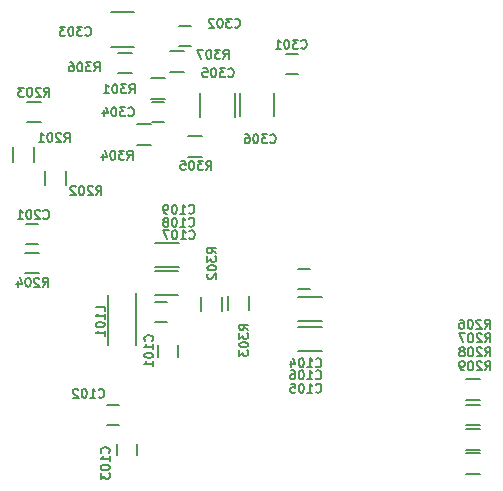
<source format=gbr>
G04 #@! TF.FileFunction,Legend,Bot*
%FSLAX46Y46*%
G04 Gerber Fmt 4.6, Leading zero omitted, Abs format (unit mm)*
G04 Created by KiCad (PCBNEW 0.201510170916+6271~30~ubuntu14.04.1-product) date Sat 26 Dec 2015 06:02:25 AM EST*
%MOMM*%
G01*
G04 APERTURE LIST*
%ADD10C,0.100000*%
%ADD11C,0.150000*%
%ADD12C,0.127000*%
%ADD13R,1.250000X1.000000*%
%ADD14R,1.000000X1.250000*%
%ADD15R,1.000000X2.500000*%
%ADD16R,2.500000X1.000000*%
%ADD17R,1.399540X1.150620*%
%ADD18R,2.032000X1.727200*%
%ADD19O,2.032000X1.727200*%
%ADD20R,1.727200X2.032000*%
%ADD21O,1.727200X2.032000*%
%ADD22R,2.032000X2.032000*%
%ADD23O,2.032000X2.032000*%
%ADD24R,1.300000X0.700000*%
%ADD25R,0.700000X1.300000*%
%ADD26C,1.501140*%
%ADD27C,1.600000*%
%ADD28C,1.500000*%
%ADD29R,1.000000X1.600000*%
G04 APERTURE END LIST*
D10*
D11*
X118377600Y-109262800D02*
X118377600Y-108262800D01*
X120077600Y-108262800D02*
X120077600Y-109262800D01*
X114079400Y-113297600D02*
X115079400Y-113297600D01*
X115079400Y-114997600D02*
X114079400Y-114997600D01*
X114872400Y-117594000D02*
X114872400Y-116594000D01*
X116572400Y-116594000D02*
X116572400Y-117594000D01*
X108199300Y-99681400D02*
X107199300Y-99681400D01*
X107199300Y-97981400D02*
X108199300Y-97981400D01*
X130192400Y-85330400D02*
X129192400Y-85330400D01*
X129192400Y-83630400D02*
X130192400Y-83630400D01*
X121150000Y-82892000D02*
X120150000Y-82892000D01*
X120150000Y-81192000D02*
X121150000Y-81192000D01*
X114366800Y-80084400D02*
X116366800Y-80084400D01*
X116366800Y-83034400D02*
X114366800Y-83034400D01*
X117889400Y-87694400D02*
X118889400Y-87694400D01*
X118889400Y-89394400D02*
X117889400Y-89394400D01*
X121943600Y-88909400D02*
X121943600Y-86909400D01*
X124893600Y-86909400D02*
X124893600Y-88909400D01*
X125271000Y-88884000D02*
X125271000Y-86884000D01*
X128221000Y-86884000D02*
X128221000Y-88884000D01*
X116514880Y-108270040D02*
X116514880Y-103870760D01*
X114117120Y-108270040D02*
X114117120Y-103969820D01*
X107825000Y-92713100D02*
X107825000Y-91513100D01*
X106075000Y-91513100D02*
X106075000Y-92713100D01*
X110542800Y-94732400D02*
X110542800Y-93532400D01*
X108792800Y-93532400D02*
X108792800Y-94732400D01*
X107264400Y-89381300D02*
X108464400Y-89381300D01*
X108464400Y-87631300D02*
X107264400Y-87631300D01*
X108261200Y-100420200D02*
X107061200Y-100420200D01*
X107061200Y-102170200D02*
X108261200Y-102170200D01*
X117789400Y-87387400D02*
X118989400Y-87387400D01*
X118989400Y-85637400D02*
X117789400Y-85637400D01*
X122010200Y-104149600D02*
X122010200Y-105349600D01*
X123760200Y-105349600D02*
X123760200Y-104149600D01*
X124296200Y-104098800D02*
X124296200Y-105298800D01*
X126046200Y-105298800D02*
X126046200Y-104098800D01*
X116544800Y-91299000D02*
X117744800Y-91299000D01*
X117744800Y-89549000D02*
X116544800Y-89549000D01*
X120888200Y-92289600D02*
X122088200Y-92289600D01*
X122088200Y-90539600D02*
X120888200Y-90539600D01*
X114944600Y-85228400D02*
X116144600Y-85228400D01*
X116144600Y-83478400D02*
X114944600Y-83478400D01*
X120538800Y-83376800D02*
X119338800Y-83376800D01*
X119338800Y-85126800D02*
X120538800Y-85126800D01*
X145634000Y-111139000D02*
X144434000Y-111139000D01*
X144434000Y-112889000D02*
X145634000Y-112889000D01*
X145634000Y-113298000D02*
X144434000Y-113298000D01*
X144434000Y-115048000D02*
X145634000Y-115048000D01*
X145662700Y-115355400D02*
X144462700Y-115355400D01*
X144462700Y-117105400D02*
X145662700Y-117105400D01*
X145662700Y-117425500D02*
X144462700Y-117425500D01*
X144462700Y-119175500D02*
X145662700Y-119175500D01*
X131221100Y-103504100D02*
X130221100Y-103504100D01*
X130221100Y-101804100D02*
X131221100Y-101804100D01*
X132254500Y-108784500D02*
X130254500Y-108784500D01*
X130254500Y-106734500D02*
X132254500Y-106734500D01*
X132229100Y-106219100D02*
X130229100Y-106219100D01*
X130229100Y-104169100D02*
X132229100Y-104169100D01*
X118105300Y-104636200D02*
X119105300Y-104636200D01*
X119105300Y-106336200D02*
X118105300Y-106336200D01*
X118075200Y-101997400D02*
X120075200Y-101997400D01*
X120075200Y-104047400D02*
X118075200Y-104047400D01*
X118100600Y-99622500D02*
X120100600Y-99622500D01*
X120100600Y-101672500D02*
X118100600Y-101672500D01*
D12*
X117890143Y-107884686D02*
X117926429Y-107848400D01*
X117962714Y-107739543D01*
X117962714Y-107666972D01*
X117926429Y-107558115D01*
X117853857Y-107485543D01*
X117781286Y-107449258D01*
X117636143Y-107412972D01*
X117527286Y-107412972D01*
X117382143Y-107449258D01*
X117309571Y-107485543D01*
X117237000Y-107558115D01*
X117200714Y-107666972D01*
X117200714Y-107739543D01*
X117237000Y-107848400D01*
X117273286Y-107884686D01*
X117962714Y-108610400D02*
X117962714Y-108174972D01*
X117962714Y-108392686D02*
X117200714Y-108392686D01*
X117309571Y-108320115D01*
X117382143Y-108247543D01*
X117418429Y-108174972D01*
X117200714Y-109082114D02*
X117200714Y-109154686D01*
X117237000Y-109227257D01*
X117273286Y-109263543D01*
X117345857Y-109299829D01*
X117491000Y-109336114D01*
X117672429Y-109336114D01*
X117817571Y-109299829D01*
X117890143Y-109263543D01*
X117926429Y-109227257D01*
X117962714Y-109154686D01*
X117962714Y-109082114D01*
X117926429Y-109009543D01*
X117890143Y-108973257D01*
X117817571Y-108936972D01*
X117672429Y-108900686D01*
X117491000Y-108900686D01*
X117345857Y-108936972D01*
X117273286Y-108973257D01*
X117237000Y-109009543D01*
X117200714Y-109082114D01*
X117962714Y-110061828D02*
X117962714Y-109626400D01*
X117962714Y-109844114D02*
X117200714Y-109844114D01*
X117309571Y-109771543D01*
X117382143Y-109698971D01*
X117418429Y-109626400D01*
X113339914Y-112641743D02*
X113376200Y-112678029D01*
X113485057Y-112714314D01*
X113557628Y-112714314D01*
X113666485Y-112678029D01*
X113739057Y-112605457D01*
X113775342Y-112532886D01*
X113811628Y-112387743D01*
X113811628Y-112278886D01*
X113775342Y-112133743D01*
X113739057Y-112061171D01*
X113666485Y-111988600D01*
X113557628Y-111952314D01*
X113485057Y-111952314D01*
X113376200Y-111988600D01*
X113339914Y-112024886D01*
X112614200Y-112714314D02*
X113049628Y-112714314D01*
X112831914Y-112714314D02*
X112831914Y-111952314D01*
X112904485Y-112061171D01*
X112977057Y-112133743D01*
X113049628Y-112170029D01*
X112142486Y-111952314D02*
X112069914Y-111952314D01*
X111997343Y-111988600D01*
X111961057Y-112024886D01*
X111924771Y-112097457D01*
X111888486Y-112242600D01*
X111888486Y-112424029D01*
X111924771Y-112569171D01*
X111961057Y-112641743D01*
X111997343Y-112678029D01*
X112069914Y-112714314D01*
X112142486Y-112714314D01*
X112215057Y-112678029D01*
X112251343Y-112641743D01*
X112287628Y-112569171D01*
X112323914Y-112424029D01*
X112323914Y-112242600D01*
X112287628Y-112097457D01*
X112251343Y-112024886D01*
X112215057Y-111988600D01*
X112142486Y-111952314D01*
X111598200Y-112024886D02*
X111561914Y-111988600D01*
X111489343Y-111952314D01*
X111307914Y-111952314D01*
X111235343Y-111988600D01*
X111199057Y-112024886D01*
X111162772Y-112097457D01*
X111162772Y-112170029D01*
X111199057Y-112278886D01*
X111634486Y-112714314D01*
X111162772Y-112714314D01*
X114194443Y-117371586D02*
X114230729Y-117335300D01*
X114267014Y-117226443D01*
X114267014Y-117153872D01*
X114230729Y-117045015D01*
X114158157Y-116972443D01*
X114085586Y-116936158D01*
X113940443Y-116899872D01*
X113831586Y-116899872D01*
X113686443Y-116936158D01*
X113613871Y-116972443D01*
X113541300Y-117045015D01*
X113505014Y-117153872D01*
X113505014Y-117226443D01*
X113541300Y-117335300D01*
X113577586Y-117371586D01*
X114267014Y-118097300D02*
X114267014Y-117661872D01*
X114267014Y-117879586D02*
X113505014Y-117879586D01*
X113613871Y-117807015D01*
X113686443Y-117734443D01*
X113722729Y-117661872D01*
X113505014Y-118569014D02*
X113505014Y-118641586D01*
X113541300Y-118714157D01*
X113577586Y-118750443D01*
X113650157Y-118786729D01*
X113795300Y-118823014D01*
X113976729Y-118823014D01*
X114121871Y-118786729D01*
X114194443Y-118750443D01*
X114230729Y-118714157D01*
X114267014Y-118641586D01*
X114267014Y-118569014D01*
X114230729Y-118496443D01*
X114194443Y-118460157D01*
X114121871Y-118423872D01*
X113976729Y-118387586D01*
X113795300Y-118387586D01*
X113650157Y-118423872D01*
X113577586Y-118460157D01*
X113541300Y-118496443D01*
X113505014Y-118569014D01*
X113505014Y-119077014D02*
X113505014Y-119548728D01*
X113795300Y-119294728D01*
X113795300Y-119403586D01*
X113831586Y-119476157D01*
X113867871Y-119512443D01*
X113940443Y-119548728D01*
X114121871Y-119548728D01*
X114194443Y-119512443D01*
X114230729Y-119476157D01*
X114267014Y-119403586D01*
X114267014Y-119185871D01*
X114230729Y-119113300D01*
X114194443Y-119077014D01*
X108666314Y-97503343D02*
X108702600Y-97539629D01*
X108811457Y-97575914D01*
X108884028Y-97575914D01*
X108992885Y-97539629D01*
X109065457Y-97467057D01*
X109101742Y-97394486D01*
X109138028Y-97249343D01*
X109138028Y-97140486D01*
X109101742Y-96995343D01*
X109065457Y-96922771D01*
X108992885Y-96850200D01*
X108884028Y-96813914D01*
X108811457Y-96813914D01*
X108702600Y-96850200D01*
X108666314Y-96886486D01*
X108376028Y-96886486D02*
X108339742Y-96850200D01*
X108267171Y-96813914D01*
X108085742Y-96813914D01*
X108013171Y-96850200D01*
X107976885Y-96886486D01*
X107940600Y-96959057D01*
X107940600Y-97031629D01*
X107976885Y-97140486D01*
X108412314Y-97575914D01*
X107940600Y-97575914D01*
X107468886Y-96813914D02*
X107396314Y-96813914D01*
X107323743Y-96850200D01*
X107287457Y-96886486D01*
X107251171Y-96959057D01*
X107214886Y-97104200D01*
X107214886Y-97285629D01*
X107251171Y-97430771D01*
X107287457Y-97503343D01*
X107323743Y-97539629D01*
X107396314Y-97575914D01*
X107468886Y-97575914D01*
X107541457Y-97539629D01*
X107577743Y-97503343D01*
X107614028Y-97430771D01*
X107650314Y-97285629D01*
X107650314Y-97104200D01*
X107614028Y-96959057D01*
X107577743Y-96886486D01*
X107541457Y-96850200D01*
X107468886Y-96813914D01*
X106489172Y-97575914D02*
X106924600Y-97575914D01*
X106706886Y-97575914D02*
X106706886Y-96813914D01*
X106779457Y-96922771D01*
X106852029Y-96995343D01*
X106924600Y-97031629D01*
X130497614Y-83088843D02*
X130533900Y-83125129D01*
X130642757Y-83161414D01*
X130715328Y-83161414D01*
X130824185Y-83125129D01*
X130896757Y-83052557D01*
X130933042Y-82979986D01*
X130969328Y-82834843D01*
X130969328Y-82725986D01*
X130933042Y-82580843D01*
X130896757Y-82508271D01*
X130824185Y-82435700D01*
X130715328Y-82399414D01*
X130642757Y-82399414D01*
X130533900Y-82435700D01*
X130497614Y-82471986D01*
X130243614Y-82399414D02*
X129771900Y-82399414D01*
X130025900Y-82689700D01*
X129917042Y-82689700D01*
X129844471Y-82725986D01*
X129808185Y-82762271D01*
X129771900Y-82834843D01*
X129771900Y-83016271D01*
X129808185Y-83088843D01*
X129844471Y-83125129D01*
X129917042Y-83161414D01*
X130134757Y-83161414D01*
X130207328Y-83125129D01*
X130243614Y-83088843D01*
X129300186Y-82399414D02*
X129227614Y-82399414D01*
X129155043Y-82435700D01*
X129118757Y-82471986D01*
X129082471Y-82544557D01*
X129046186Y-82689700D01*
X129046186Y-82871129D01*
X129082471Y-83016271D01*
X129118757Y-83088843D01*
X129155043Y-83125129D01*
X129227614Y-83161414D01*
X129300186Y-83161414D01*
X129372757Y-83125129D01*
X129409043Y-83088843D01*
X129445328Y-83016271D01*
X129481614Y-82871129D01*
X129481614Y-82689700D01*
X129445328Y-82544557D01*
X129409043Y-82471986D01*
X129372757Y-82435700D01*
X129300186Y-82399414D01*
X128320472Y-83161414D02*
X128755900Y-83161414D01*
X128538186Y-83161414D02*
X128538186Y-82399414D01*
X128610757Y-82508271D01*
X128683329Y-82580843D01*
X128755900Y-82617129D01*
X124846114Y-81298143D02*
X124882400Y-81334429D01*
X124991257Y-81370714D01*
X125063828Y-81370714D01*
X125172685Y-81334429D01*
X125245257Y-81261857D01*
X125281542Y-81189286D01*
X125317828Y-81044143D01*
X125317828Y-80935286D01*
X125281542Y-80790143D01*
X125245257Y-80717571D01*
X125172685Y-80645000D01*
X125063828Y-80608714D01*
X124991257Y-80608714D01*
X124882400Y-80645000D01*
X124846114Y-80681286D01*
X124592114Y-80608714D02*
X124120400Y-80608714D01*
X124374400Y-80899000D01*
X124265542Y-80899000D01*
X124192971Y-80935286D01*
X124156685Y-80971571D01*
X124120400Y-81044143D01*
X124120400Y-81225571D01*
X124156685Y-81298143D01*
X124192971Y-81334429D01*
X124265542Y-81370714D01*
X124483257Y-81370714D01*
X124555828Y-81334429D01*
X124592114Y-81298143D01*
X123648686Y-80608714D02*
X123576114Y-80608714D01*
X123503543Y-80645000D01*
X123467257Y-80681286D01*
X123430971Y-80753857D01*
X123394686Y-80899000D01*
X123394686Y-81080429D01*
X123430971Y-81225571D01*
X123467257Y-81298143D01*
X123503543Y-81334429D01*
X123576114Y-81370714D01*
X123648686Y-81370714D01*
X123721257Y-81334429D01*
X123757543Y-81298143D01*
X123793828Y-81225571D01*
X123830114Y-81080429D01*
X123830114Y-80899000D01*
X123793828Y-80753857D01*
X123757543Y-80681286D01*
X123721257Y-80645000D01*
X123648686Y-80608714D01*
X123104400Y-80681286D02*
X123068114Y-80645000D01*
X122995543Y-80608714D01*
X122814114Y-80608714D01*
X122741543Y-80645000D01*
X122705257Y-80681286D01*
X122668972Y-80753857D01*
X122668972Y-80826429D01*
X122705257Y-80935286D01*
X123140686Y-81370714D01*
X122668972Y-81370714D01*
X112222314Y-81996643D02*
X112258600Y-82032929D01*
X112367457Y-82069214D01*
X112440028Y-82069214D01*
X112548885Y-82032929D01*
X112621457Y-81960357D01*
X112657742Y-81887786D01*
X112694028Y-81742643D01*
X112694028Y-81633786D01*
X112657742Y-81488643D01*
X112621457Y-81416071D01*
X112548885Y-81343500D01*
X112440028Y-81307214D01*
X112367457Y-81307214D01*
X112258600Y-81343500D01*
X112222314Y-81379786D01*
X111968314Y-81307214D02*
X111496600Y-81307214D01*
X111750600Y-81597500D01*
X111641742Y-81597500D01*
X111569171Y-81633786D01*
X111532885Y-81670071D01*
X111496600Y-81742643D01*
X111496600Y-81924071D01*
X111532885Y-81996643D01*
X111569171Y-82032929D01*
X111641742Y-82069214D01*
X111859457Y-82069214D01*
X111932028Y-82032929D01*
X111968314Y-81996643D01*
X111024886Y-81307214D02*
X110952314Y-81307214D01*
X110879743Y-81343500D01*
X110843457Y-81379786D01*
X110807171Y-81452357D01*
X110770886Y-81597500D01*
X110770886Y-81778929D01*
X110807171Y-81924071D01*
X110843457Y-81996643D01*
X110879743Y-82032929D01*
X110952314Y-82069214D01*
X111024886Y-82069214D01*
X111097457Y-82032929D01*
X111133743Y-81996643D01*
X111170028Y-81924071D01*
X111206314Y-81778929D01*
X111206314Y-81597500D01*
X111170028Y-81452357D01*
X111133743Y-81379786D01*
X111097457Y-81343500D01*
X111024886Y-81307214D01*
X110516886Y-81307214D02*
X110045172Y-81307214D01*
X110299172Y-81597500D01*
X110190314Y-81597500D01*
X110117743Y-81633786D01*
X110081457Y-81670071D01*
X110045172Y-81742643D01*
X110045172Y-81924071D01*
X110081457Y-81996643D01*
X110117743Y-82032929D01*
X110190314Y-82069214D01*
X110408029Y-82069214D01*
X110480600Y-82032929D01*
X110516886Y-81996643D01*
X115854514Y-88803843D02*
X115890800Y-88840129D01*
X115999657Y-88876414D01*
X116072228Y-88876414D01*
X116181085Y-88840129D01*
X116253657Y-88767557D01*
X116289942Y-88694986D01*
X116326228Y-88549843D01*
X116326228Y-88440986D01*
X116289942Y-88295843D01*
X116253657Y-88223271D01*
X116181085Y-88150700D01*
X116072228Y-88114414D01*
X115999657Y-88114414D01*
X115890800Y-88150700D01*
X115854514Y-88186986D01*
X115600514Y-88114414D02*
X115128800Y-88114414D01*
X115382800Y-88404700D01*
X115273942Y-88404700D01*
X115201371Y-88440986D01*
X115165085Y-88477271D01*
X115128800Y-88549843D01*
X115128800Y-88731271D01*
X115165085Y-88803843D01*
X115201371Y-88840129D01*
X115273942Y-88876414D01*
X115491657Y-88876414D01*
X115564228Y-88840129D01*
X115600514Y-88803843D01*
X114657086Y-88114414D02*
X114584514Y-88114414D01*
X114511943Y-88150700D01*
X114475657Y-88186986D01*
X114439371Y-88259557D01*
X114403086Y-88404700D01*
X114403086Y-88586129D01*
X114439371Y-88731271D01*
X114475657Y-88803843D01*
X114511943Y-88840129D01*
X114584514Y-88876414D01*
X114657086Y-88876414D01*
X114729657Y-88840129D01*
X114765943Y-88803843D01*
X114802228Y-88731271D01*
X114838514Y-88586129D01*
X114838514Y-88404700D01*
X114802228Y-88259557D01*
X114765943Y-88186986D01*
X114729657Y-88150700D01*
X114657086Y-88114414D01*
X113749943Y-88368414D02*
X113749943Y-88876414D01*
X113931372Y-88078129D02*
X114112800Y-88622414D01*
X113641086Y-88622414D01*
X124300014Y-85489143D02*
X124336300Y-85525429D01*
X124445157Y-85561714D01*
X124517728Y-85561714D01*
X124626585Y-85525429D01*
X124699157Y-85452857D01*
X124735442Y-85380286D01*
X124771728Y-85235143D01*
X124771728Y-85126286D01*
X124735442Y-84981143D01*
X124699157Y-84908571D01*
X124626585Y-84836000D01*
X124517728Y-84799714D01*
X124445157Y-84799714D01*
X124336300Y-84836000D01*
X124300014Y-84872286D01*
X124046014Y-84799714D02*
X123574300Y-84799714D01*
X123828300Y-85090000D01*
X123719442Y-85090000D01*
X123646871Y-85126286D01*
X123610585Y-85162571D01*
X123574300Y-85235143D01*
X123574300Y-85416571D01*
X123610585Y-85489143D01*
X123646871Y-85525429D01*
X123719442Y-85561714D01*
X123937157Y-85561714D01*
X124009728Y-85525429D01*
X124046014Y-85489143D01*
X123102586Y-84799714D02*
X123030014Y-84799714D01*
X122957443Y-84836000D01*
X122921157Y-84872286D01*
X122884871Y-84944857D01*
X122848586Y-85090000D01*
X122848586Y-85271429D01*
X122884871Y-85416571D01*
X122921157Y-85489143D01*
X122957443Y-85525429D01*
X123030014Y-85561714D01*
X123102586Y-85561714D01*
X123175157Y-85525429D01*
X123211443Y-85489143D01*
X123247728Y-85416571D01*
X123284014Y-85271429D01*
X123284014Y-85090000D01*
X123247728Y-84944857D01*
X123211443Y-84872286D01*
X123175157Y-84836000D01*
X123102586Y-84799714D01*
X122159157Y-84799714D02*
X122522014Y-84799714D01*
X122558300Y-85162571D01*
X122522014Y-85126286D01*
X122449443Y-85090000D01*
X122268014Y-85090000D01*
X122195443Y-85126286D01*
X122159157Y-85162571D01*
X122122872Y-85235143D01*
X122122872Y-85416571D01*
X122159157Y-85489143D01*
X122195443Y-85525429D01*
X122268014Y-85561714D01*
X122449443Y-85561714D01*
X122522014Y-85525429D01*
X122558300Y-85489143D01*
X127868714Y-91077143D02*
X127905000Y-91113429D01*
X128013857Y-91149714D01*
X128086428Y-91149714D01*
X128195285Y-91113429D01*
X128267857Y-91040857D01*
X128304142Y-90968286D01*
X128340428Y-90823143D01*
X128340428Y-90714286D01*
X128304142Y-90569143D01*
X128267857Y-90496571D01*
X128195285Y-90424000D01*
X128086428Y-90387714D01*
X128013857Y-90387714D01*
X127905000Y-90424000D01*
X127868714Y-90460286D01*
X127614714Y-90387714D02*
X127143000Y-90387714D01*
X127397000Y-90678000D01*
X127288142Y-90678000D01*
X127215571Y-90714286D01*
X127179285Y-90750571D01*
X127143000Y-90823143D01*
X127143000Y-91004571D01*
X127179285Y-91077143D01*
X127215571Y-91113429D01*
X127288142Y-91149714D01*
X127505857Y-91149714D01*
X127578428Y-91113429D01*
X127614714Y-91077143D01*
X126671286Y-90387714D02*
X126598714Y-90387714D01*
X126526143Y-90424000D01*
X126489857Y-90460286D01*
X126453571Y-90532857D01*
X126417286Y-90678000D01*
X126417286Y-90859429D01*
X126453571Y-91004571D01*
X126489857Y-91077143D01*
X126526143Y-91113429D01*
X126598714Y-91149714D01*
X126671286Y-91149714D01*
X126743857Y-91113429D01*
X126780143Y-91077143D01*
X126816428Y-91004571D01*
X126852714Y-90859429D01*
X126852714Y-90678000D01*
X126816428Y-90532857D01*
X126780143Y-90460286D01*
X126743857Y-90424000D01*
X126671286Y-90387714D01*
X125764143Y-90387714D02*
X125909286Y-90387714D01*
X125981857Y-90424000D01*
X126018143Y-90460286D01*
X126090714Y-90569143D01*
X126127000Y-90714286D01*
X126127000Y-91004571D01*
X126090714Y-91077143D01*
X126054429Y-91113429D01*
X125981857Y-91149714D01*
X125836714Y-91149714D01*
X125764143Y-91113429D01*
X125727857Y-91077143D01*
X125691572Y-91004571D01*
X125691572Y-90823143D01*
X125727857Y-90750571D01*
X125764143Y-90714286D01*
X125836714Y-90678000D01*
X125981857Y-90678000D01*
X126054429Y-90714286D01*
X126090714Y-90750571D01*
X126127000Y-90823143D01*
X113835214Y-105357387D02*
X113835214Y-104994530D01*
X113073214Y-104994530D01*
X113835214Y-106010529D02*
X113835214Y-105575101D01*
X113835214Y-105792815D02*
X113073214Y-105792815D01*
X113182071Y-105720244D01*
X113254643Y-105647672D01*
X113290929Y-105575101D01*
X113073214Y-106482243D02*
X113073214Y-106554815D01*
X113109500Y-106627386D01*
X113145786Y-106663672D01*
X113218357Y-106699958D01*
X113363500Y-106736243D01*
X113544929Y-106736243D01*
X113690071Y-106699958D01*
X113762643Y-106663672D01*
X113798929Y-106627386D01*
X113835214Y-106554815D01*
X113835214Y-106482243D01*
X113798929Y-106409672D01*
X113762643Y-106373386D01*
X113690071Y-106337101D01*
X113544929Y-106300815D01*
X113363500Y-106300815D01*
X113218357Y-106337101D01*
X113145786Y-106373386D01*
X113109500Y-106409672D01*
X113073214Y-106482243D01*
X113835214Y-107461957D02*
X113835214Y-107026529D01*
X113835214Y-107244243D02*
X113073214Y-107244243D01*
X113182071Y-107171672D01*
X113254643Y-107099100D01*
X113290929Y-107026529D01*
X110444314Y-91048114D02*
X110698314Y-90685257D01*
X110879742Y-91048114D02*
X110879742Y-90286114D01*
X110589457Y-90286114D01*
X110516885Y-90322400D01*
X110480600Y-90358686D01*
X110444314Y-90431257D01*
X110444314Y-90540114D01*
X110480600Y-90612686D01*
X110516885Y-90648971D01*
X110589457Y-90685257D01*
X110879742Y-90685257D01*
X110154028Y-90358686D02*
X110117742Y-90322400D01*
X110045171Y-90286114D01*
X109863742Y-90286114D01*
X109791171Y-90322400D01*
X109754885Y-90358686D01*
X109718600Y-90431257D01*
X109718600Y-90503829D01*
X109754885Y-90612686D01*
X110190314Y-91048114D01*
X109718600Y-91048114D01*
X109246886Y-90286114D02*
X109174314Y-90286114D01*
X109101743Y-90322400D01*
X109065457Y-90358686D01*
X109029171Y-90431257D01*
X108992886Y-90576400D01*
X108992886Y-90757829D01*
X109029171Y-90902971D01*
X109065457Y-90975543D01*
X109101743Y-91011829D01*
X109174314Y-91048114D01*
X109246886Y-91048114D01*
X109319457Y-91011829D01*
X109355743Y-90975543D01*
X109392028Y-90902971D01*
X109428314Y-90757829D01*
X109428314Y-90576400D01*
X109392028Y-90431257D01*
X109355743Y-90358686D01*
X109319457Y-90322400D01*
X109246886Y-90286114D01*
X108267172Y-91048114D02*
X108702600Y-91048114D01*
X108484886Y-91048114D02*
X108484886Y-90286114D01*
X108557457Y-90394971D01*
X108630029Y-90467543D01*
X108702600Y-90503829D01*
X113124014Y-95543914D02*
X113378014Y-95181057D01*
X113559442Y-95543914D02*
X113559442Y-94781914D01*
X113269157Y-94781914D01*
X113196585Y-94818200D01*
X113160300Y-94854486D01*
X113124014Y-94927057D01*
X113124014Y-95035914D01*
X113160300Y-95108486D01*
X113196585Y-95144771D01*
X113269157Y-95181057D01*
X113559442Y-95181057D01*
X112833728Y-94854486D02*
X112797442Y-94818200D01*
X112724871Y-94781914D01*
X112543442Y-94781914D01*
X112470871Y-94818200D01*
X112434585Y-94854486D01*
X112398300Y-94927057D01*
X112398300Y-94999629D01*
X112434585Y-95108486D01*
X112870014Y-95543914D01*
X112398300Y-95543914D01*
X111926586Y-94781914D02*
X111854014Y-94781914D01*
X111781443Y-94818200D01*
X111745157Y-94854486D01*
X111708871Y-94927057D01*
X111672586Y-95072200D01*
X111672586Y-95253629D01*
X111708871Y-95398771D01*
X111745157Y-95471343D01*
X111781443Y-95507629D01*
X111854014Y-95543914D01*
X111926586Y-95543914D01*
X111999157Y-95507629D01*
X112035443Y-95471343D01*
X112071728Y-95398771D01*
X112108014Y-95253629D01*
X112108014Y-95072200D01*
X112071728Y-94927057D01*
X112035443Y-94854486D01*
X111999157Y-94818200D01*
X111926586Y-94781914D01*
X111382300Y-94854486D02*
X111346014Y-94818200D01*
X111273443Y-94781914D01*
X111092014Y-94781914D01*
X111019443Y-94818200D01*
X110983157Y-94854486D01*
X110946872Y-94927057D01*
X110946872Y-94999629D01*
X110983157Y-95108486D01*
X111418586Y-95543914D01*
X110946872Y-95543914D01*
X108717114Y-87212714D02*
X108971114Y-86849857D01*
X109152542Y-87212714D02*
X109152542Y-86450714D01*
X108862257Y-86450714D01*
X108789685Y-86487000D01*
X108753400Y-86523286D01*
X108717114Y-86595857D01*
X108717114Y-86704714D01*
X108753400Y-86777286D01*
X108789685Y-86813571D01*
X108862257Y-86849857D01*
X109152542Y-86849857D01*
X108426828Y-86523286D02*
X108390542Y-86487000D01*
X108317971Y-86450714D01*
X108136542Y-86450714D01*
X108063971Y-86487000D01*
X108027685Y-86523286D01*
X107991400Y-86595857D01*
X107991400Y-86668429D01*
X108027685Y-86777286D01*
X108463114Y-87212714D01*
X107991400Y-87212714D01*
X107519686Y-86450714D02*
X107447114Y-86450714D01*
X107374543Y-86487000D01*
X107338257Y-86523286D01*
X107301971Y-86595857D01*
X107265686Y-86741000D01*
X107265686Y-86922429D01*
X107301971Y-87067571D01*
X107338257Y-87140143D01*
X107374543Y-87176429D01*
X107447114Y-87212714D01*
X107519686Y-87212714D01*
X107592257Y-87176429D01*
X107628543Y-87140143D01*
X107664828Y-87067571D01*
X107701114Y-86922429D01*
X107701114Y-86741000D01*
X107664828Y-86595857D01*
X107628543Y-86523286D01*
X107592257Y-86487000D01*
X107519686Y-86450714D01*
X107011686Y-86450714D02*
X106539972Y-86450714D01*
X106793972Y-86741000D01*
X106685114Y-86741000D01*
X106612543Y-86777286D01*
X106576257Y-86813571D01*
X106539972Y-86886143D01*
X106539972Y-87067571D01*
X106576257Y-87140143D01*
X106612543Y-87176429D01*
X106685114Y-87212714D01*
X106902829Y-87212714D01*
X106975400Y-87176429D01*
X107011686Y-87140143D01*
X108590114Y-103303614D02*
X108844114Y-102940757D01*
X109025542Y-103303614D02*
X109025542Y-102541614D01*
X108735257Y-102541614D01*
X108662685Y-102577900D01*
X108626400Y-102614186D01*
X108590114Y-102686757D01*
X108590114Y-102795614D01*
X108626400Y-102868186D01*
X108662685Y-102904471D01*
X108735257Y-102940757D01*
X109025542Y-102940757D01*
X108299828Y-102614186D02*
X108263542Y-102577900D01*
X108190971Y-102541614D01*
X108009542Y-102541614D01*
X107936971Y-102577900D01*
X107900685Y-102614186D01*
X107864400Y-102686757D01*
X107864400Y-102759329D01*
X107900685Y-102868186D01*
X108336114Y-103303614D01*
X107864400Y-103303614D01*
X107392686Y-102541614D02*
X107320114Y-102541614D01*
X107247543Y-102577900D01*
X107211257Y-102614186D01*
X107174971Y-102686757D01*
X107138686Y-102831900D01*
X107138686Y-103013329D01*
X107174971Y-103158471D01*
X107211257Y-103231043D01*
X107247543Y-103267329D01*
X107320114Y-103303614D01*
X107392686Y-103303614D01*
X107465257Y-103267329D01*
X107501543Y-103231043D01*
X107537828Y-103158471D01*
X107574114Y-103013329D01*
X107574114Y-102831900D01*
X107537828Y-102686757D01*
X107501543Y-102614186D01*
X107465257Y-102577900D01*
X107392686Y-102541614D01*
X106485543Y-102795614D02*
X106485543Y-103303614D01*
X106666972Y-102505329D02*
X106848400Y-103049614D01*
X106376686Y-103049614D01*
X115943414Y-86933314D02*
X116197414Y-86570457D01*
X116378842Y-86933314D02*
X116378842Y-86171314D01*
X116088557Y-86171314D01*
X116015985Y-86207600D01*
X115979700Y-86243886D01*
X115943414Y-86316457D01*
X115943414Y-86425314D01*
X115979700Y-86497886D01*
X116015985Y-86534171D01*
X116088557Y-86570457D01*
X116378842Y-86570457D01*
X115689414Y-86171314D02*
X115217700Y-86171314D01*
X115471700Y-86461600D01*
X115362842Y-86461600D01*
X115290271Y-86497886D01*
X115253985Y-86534171D01*
X115217700Y-86606743D01*
X115217700Y-86788171D01*
X115253985Y-86860743D01*
X115290271Y-86897029D01*
X115362842Y-86933314D01*
X115580557Y-86933314D01*
X115653128Y-86897029D01*
X115689414Y-86860743D01*
X114745986Y-86171314D02*
X114673414Y-86171314D01*
X114600843Y-86207600D01*
X114564557Y-86243886D01*
X114528271Y-86316457D01*
X114491986Y-86461600D01*
X114491986Y-86643029D01*
X114528271Y-86788171D01*
X114564557Y-86860743D01*
X114600843Y-86897029D01*
X114673414Y-86933314D01*
X114745986Y-86933314D01*
X114818557Y-86897029D01*
X114854843Y-86860743D01*
X114891128Y-86788171D01*
X114927414Y-86643029D01*
X114927414Y-86461600D01*
X114891128Y-86316457D01*
X114854843Y-86243886D01*
X114818557Y-86207600D01*
X114745986Y-86171314D01*
X113766272Y-86933314D02*
X114201700Y-86933314D01*
X113983986Y-86933314D02*
X113983986Y-86171314D01*
X114056557Y-86280171D01*
X114129129Y-86352743D01*
X114201700Y-86389029D01*
X123284014Y-100480586D02*
X122921157Y-100226586D01*
X123284014Y-100045158D02*
X122522014Y-100045158D01*
X122522014Y-100335443D01*
X122558300Y-100408015D01*
X122594586Y-100444300D01*
X122667157Y-100480586D01*
X122776014Y-100480586D01*
X122848586Y-100444300D01*
X122884871Y-100408015D01*
X122921157Y-100335443D01*
X122921157Y-100045158D01*
X122522014Y-100734586D02*
X122522014Y-101206300D01*
X122812300Y-100952300D01*
X122812300Y-101061158D01*
X122848586Y-101133729D01*
X122884871Y-101170015D01*
X122957443Y-101206300D01*
X123138871Y-101206300D01*
X123211443Y-101170015D01*
X123247729Y-101133729D01*
X123284014Y-101061158D01*
X123284014Y-100843443D01*
X123247729Y-100770872D01*
X123211443Y-100734586D01*
X122522014Y-101678014D02*
X122522014Y-101750586D01*
X122558300Y-101823157D01*
X122594586Y-101859443D01*
X122667157Y-101895729D01*
X122812300Y-101932014D01*
X122993729Y-101932014D01*
X123138871Y-101895729D01*
X123211443Y-101859443D01*
X123247729Y-101823157D01*
X123284014Y-101750586D01*
X123284014Y-101678014D01*
X123247729Y-101605443D01*
X123211443Y-101569157D01*
X123138871Y-101532872D01*
X122993729Y-101496586D01*
X122812300Y-101496586D01*
X122667157Y-101532872D01*
X122594586Y-101569157D01*
X122558300Y-101605443D01*
X122522014Y-101678014D01*
X122594586Y-102222300D02*
X122558300Y-102258586D01*
X122522014Y-102331157D01*
X122522014Y-102512586D01*
X122558300Y-102585157D01*
X122594586Y-102621443D01*
X122667157Y-102657728D01*
X122739729Y-102657728D01*
X122848586Y-102621443D01*
X123284014Y-102186014D01*
X123284014Y-102657728D01*
X125989114Y-106982986D02*
X125626257Y-106728986D01*
X125989114Y-106547558D02*
X125227114Y-106547558D01*
X125227114Y-106837843D01*
X125263400Y-106910415D01*
X125299686Y-106946700D01*
X125372257Y-106982986D01*
X125481114Y-106982986D01*
X125553686Y-106946700D01*
X125589971Y-106910415D01*
X125626257Y-106837843D01*
X125626257Y-106547558D01*
X125227114Y-107236986D02*
X125227114Y-107708700D01*
X125517400Y-107454700D01*
X125517400Y-107563558D01*
X125553686Y-107636129D01*
X125589971Y-107672415D01*
X125662543Y-107708700D01*
X125843971Y-107708700D01*
X125916543Y-107672415D01*
X125952829Y-107636129D01*
X125989114Y-107563558D01*
X125989114Y-107345843D01*
X125952829Y-107273272D01*
X125916543Y-107236986D01*
X125227114Y-108180414D02*
X125227114Y-108252986D01*
X125263400Y-108325557D01*
X125299686Y-108361843D01*
X125372257Y-108398129D01*
X125517400Y-108434414D01*
X125698829Y-108434414D01*
X125843971Y-108398129D01*
X125916543Y-108361843D01*
X125952829Y-108325557D01*
X125989114Y-108252986D01*
X125989114Y-108180414D01*
X125952829Y-108107843D01*
X125916543Y-108071557D01*
X125843971Y-108035272D01*
X125698829Y-107998986D01*
X125517400Y-107998986D01*
X125372257Y-108035272D01*
X125299686Y-108071557D01*
X125263400Y-108107843D01*
X125227114Y-108180414D01*
X125227114Y-108688414D02*
X125227114Y-109160128D01*
X125517400Y-108906128D01*
X125517400Y-109014986D01*
X125553686Y-109087557D01*
X125589971Y-109123843D01*
X125662543Y-109160128D01*
X125843971Y-109160128D01*
X125916543Y-109123843D01*
X125952829Y-109087557D01*
X125989114Y-109014986D01*
X125989114Y-108797271D01*
X125952829Y-108724700D01*
X125916543Y-108688414D01*
X115778314Y-92546714D02*
X116032314Y-92183857D01*
X116213742Y-92546714D02*
X116213742Y-91784714D01*
X115923457Y-91784714D01*
X115850885Y-91821000D01*
X115814600Y-91857286D01*
X115778314Y-91929857D01*
X115778314Y-92038714D01*
X115814600Y-92111286D01*
X115850885Y-92147571D01*
X115923457Y-92183857D01*
X116213742Y-92183857D01*
X115524314Y-91784714D02*
X115052600Y-91784714D01*
X115306600Y-92075000D01*
X115197742Y-92075000D01*
X115125171Y-92111286D01*
X115088885Y-92147571D01*
X115052600Y-92220143D01*
X115052600Y-92401571D01*
X115088885Y-92474143D01*
X115125171Y-92510429D01*
X115197742Y-92546714D01*
X115415457Y-92546714D01*
X115488028Y-92510429D01*
X115524314Y-92474143D01*
X114580886Y-91784714D02*
X114508314Y-91784714D01*
X114435743Y-91821000D01*
X114399457Y-91857286D01*
X114363171Y-91929857D01*
X114326886Y-92075000D01*
X114326886Y-92256429D01*
X114363171Y-92401571D01*
X114399457Y-92474143D01*
X114435743Y-92510429D01*
X114508314Y-92546714D01*
X114580886Y-92546714D01*
X114653457Y-92510429D01*
X114689743Y-92474143D01*
X114726028Y-92401571D01*
X114762314Y-92256429D01*
X114762314Y-92075000D01*
X114726028Y-91929857D01*
X114689743Y-91857286D01*
X114653457Y-91821000D01*
X114580886Y-91784714D01*
X113673743Y-92038714D02*
X113673743Y-92546714D01*
X113855172Y-91748429D02*
X114036600Y-92292714D01*
X113564886Y-92292714D01*
X122433114Y-93410314D02*
X122687114Y-93047457D01*
X122868542Y-93410314D02*
X122868542Y-92648314D01*
X122578257Y-92648314D01*
X122505685Y-92684600D01*
X122469400Y-92720886D01*
X122433114Y-92793457D01*
X122433114Y-92902314D01*
X122469400Y-92974886D01*
X122505685Y-93011171D01*
X122578257Y-93047457D01*
X122868542Y-93047457D01*
X122179114Y-92648314D02*
X121707400Y-92648314D01*
X121961400Y-92938600D01*
X121852542Y-92938600D01*
X121779971Y-92974886D01*
X121743685Y-93011171D01*
X121707400Y-93083743D01*
X121707400Y-93265171D01*
X121743685Y-93337743D01*
X121779971Y-93374029D01*
X121852542Y-93410314D01*
X122070257Y-93410314D01*
X122142828Y-93374029D01*
X122179114Y-93337743D01*
X121235686Y-92648314D02*
X121163114Y-92648314D01*
X121090543Y-92684600D01*
X121054257Y-92720886D01*
X121017971Y-92793457D01*
X120981686Y-92938600D01*
X120981686Y-93120029D01*
X121017971Y-93265171D01*
X121054257Y-93337743D01*
X121090543Y-93374029D01*
X121163114Y-93410314D01*
X121235686Y-93410314D01*
X121308257Y-93374029D01*
X121344543Y-93337743D01*
X121380828Y-93265171D01*
X121417114Y-93120029D01*
X121417114Y-92938600D01*
X121380828Y-92793457D01*
X121344543Y-92720886D01*
X121308257Y-92684600D01*
X121235686Y-92648314D01*
X120292257Y-92648314D02*
X120655114Y-92648314D01*
X120691400Y-93011171D01*
X120655114Y-92974886D01*
X120582543Y-92938600D01*
X120401114Y-92938600D01*
X120328543Y-92974886D01*
X120292257Y-93011171D01*
X120255972Y-93083743D01*
X120255972Y-93265171D01*
X120292257Y-93337743D01*
X120328543Y-93374029D01*
X120401114Y-93410314D01*
X120582543Y-93410314D01*
X120655114Y-93374029D01*
X120691400Y-93337743D01*
X112984314Y-85079114D02*
X113238314Y-84716257D01*
X113419742Y-85079114D02*
X113419742Y-84317114D01*
X113129457Y-84317114D01*
X113056885Y-84353400D01*
X113020600Y-84389686D01*
X112984314Y-84462257D01*
X112984314Y-84571114D01*
X113020600Y-84643686D01*
X113056885Y-84679971D01*
X113129457Y-84716257D01*
X113419742Y-84716257D01*
X112730314Y-84317114D02*
X112258600Y-84317114D01*
X112512600Y-84607400D01*
X112403742Y-84607400D01*
X112331171Y-84643686D01*
X112294885Y-84679971D01*
X112258600Y-84752543D01*
X112258600Y-84933971D01*
X112294885Y-85006543D01*
X112331171Y-85042829D01*
X112403742Y-85079114D01*
X112621457Y-85079114D01*
X112694028Y-85042829D01*
X112730314Y-85006543D01*
X111786886Y-84317114D02*
X111714314Y-84317114D01*
X111641743Y-84353400D01*
X111605457Y-84389686D01*
X111569171Y-84462257D01*
X111532886Y-84607400D01*
X111532886Y-84788829D01*
X111569171Y-84933971D01*
X111605457Y-85006543D01*
X111641743Y-85042829D01*
X111714314Y-85079114D01*
X111786886Y-85079114D01*
X111859457Y-85042829D01*
X111895743Y-85006543D01*
X111932028Y-84933971D01*
X111968314Y-84788829D01*
X111968314Y-84607400D01*
X111932028Y-84462257D01*
X111895743Y-84389686D01*
X111859457Y-84353400D01*
X111786886Y-84317114D01*
X110879743Y-84317114D02*
X111024886Y-84317114D01*
X111097457Y-84353400D01*
X111133743Y-84389686D01*
X111206314Y-84498543D01*
X111242600Y-84643686D01*
X111242600Y-84933971D01*
X111206314Y-85006543D01*
X111170029Y-85042829D01*
X111097457Y-85079114D01*
X110952314Y-85079114D01*
X110879743Y-85042829D01*
X110843457Y-85006543D01*
X110807172Y-84933971D01*
X110807172Y-84752543D01*
X110843457Y-84679971D01*
X110879743Y-84643686D01*
X110952314Y-84607400D01*
X111097457Y-84607400D01*
X111170029Y-84643686D01*
X111206314Y-84679971D01*
X111242600Y-84752543D01*
X123906314Y-83999614D02*
X124160314Y-83636757D01*
X124341742Y-83999614D02*
X124341742Y-83237614D01*
X124051457Y-83237614D01*
X123978885Y-83273900D01*
X123942600Y-83310186D01*
X123906314Y-83382757D01*
X123906314Y-83491614D01*
X123942600Y-83564186D01*
X123978885Y-83600471D01*
X124051457Y-83636757D01*
X124341742Y-83636757D01*
X123652314Y-83237614D02*
X123180600Y-83237614D01*
X123434600Y-83527900D01*
X123325742Y-83527900D01*
X123253171Y-83564186D01*
X123216885Y-83600471D01*
X123180600Y-83673043D01*
X123180600Y-83854471D01*
X123216885Y-83927043D01*
X123253171Y-83963329D01*
X123325742Y-83999614D01*
X123543457Y-83999614D01*
X123616028Y-83963329D01*
X123652314Y-83927043D01*
X122708886Y-83237614D02*
X122636314Y-83237614D01*
X122563743Y-83273900D01*
X122527457Y-83310186D01*
X122491171Y-83382757D01*
X122454886Y-83527900D01*
X122454886Y-83709329D01*
X122491171Y-83854471D01*
X122527457Y-83927043D01*
X122563743Y-83963329D01*
X122636314Y-83999614D01*
X122708886Y-83999614D01*
X122781457Y-83963329D01*
X122817743Y-83927043D01*
X122854028Y-83854471D01*
X122890314Y-83709329D01*
X122890314Y-83527900D01*
X122854028Y-83382757D01*
X122817743Y-83310186D01*
X122781457Y-83273900D01*
X122708886Y-83237614D01*
X122200886Y-83237614D02*
X121692886Y-83237614D01*
X122019457Y-83999614D01*
X146029714Y-106846914D02*
X146283714Y-106484057D01*
X146465142Y-106846914D02*
X146465142Y-106084914D01*
X146174857Y-106084914D01*
X146102285Y-106121200D01*
X146066000Y-106157486D01*
X146029714Y-106230057D01*
X146029714Y-106338914D01*
X146066000Y-106411486D01*
X146102285Y-106447771D01*
X146174857Y-106484057D01*
X146465142Y-106484057D01*
X145739428Y-106157486D02*
X145703142Y-106121200D01*
X145630571Y-106084914D01*
X145449142Y-106084914D01*
X145376571Y-106121200D01*
X145340285Y-106157486D01*
X145304000Y-106230057D01*
X145304000Y-106302629D01*
X145340285Y-106411486D01*
X145775714Y-106846914D01*
X145304000Y-106846914D01*
X144832286Y-106084914D02*
X144759714Y-106084914D01*
X144687143Y-106121200D01*
X144650857Y-106157486D01*
X144614571Y-106230057D01*
X144578286Y-106375200D01*
X144578286Y-106556629D01*
X144614571Y-106701771D01*
X144650857Y-106774343D01*
X144687143Y-106810629D01*
X144759714Y-106846914D01*
X144832286Y-106846914D01*
X144904857Y-106810629D01*
X144941143Y-106774343D01*
X144977428Y-106701771D01*
X145013714Y-106556629D01*
X145013714Y-106375200D01*
X144977428Y-106230057D01*
X144941143Y-106157486D01*
X144904857Y-106121200D01*
X144832286Y-106084914D01*
X143925143Y-106084914D02*
X144070286Y-106084914D01*
X144142857Y-106121200D01*
X144179143Y-106157486D01*
X144251714Y-106266343D01*
X144288000Y-106411486D01*
X144288000Y-106701771D01*
X144251714Y-106774343D01*
X144215429Y-106810629D01*
X144142857Y-106846914D01*
X143997714Y-106846914D01*
X143925143Y-106810629D01*
X143888857Y-106774343D01*
X143852572Y-106701771D01*
X143852572Y-106520343D01*
X143888857Y-106447771D01*
X143925143Y-106411486D01*
X143997714Y-106375200D01*
X144142857Y-106375200D01*
X144215429Y-106411486D01*
X144251714Y-106447771D01*
X144288000Y-106520343D01*
X146055114Y-108015314D02*
X146309114Y-107652457D01*
X146490542Y-108015314D02*
X146490542Y-107253314D01*
X146200257Y-107253314D01*
X146127685Y-107289600D01*
X146091400Y-107325886D01*
X146055114Y-107398457D01*
X146055114Y-107507314D01*
X146091400Y-107579886D01*
X146127685Y-107616171D01*
X146200257Y-107652457D01*
X146490542Y-107652457D01*
X145764828Y-107325886D02*
X145728542Y-107289600D01*
X145655971Y-107253314D01*
X145474542Y-107253314D01*
X145401971Y-107289600D01*
X145365685Y-107325886D01*
X145329400Y-107398457D01*
X145329400Y-107471029D01*
X145365685Y-107579886D01*
X145801114Y-108015314D01*
X145329400Y-108015314D01*
X144857686Y-107253314D02*
X144785114Y-107253314D01*
X144712543Y-107289600D01*
X144676257Y-107325886D01*
X144639971Y-107398457D01*
X144603686Y-107543600D01*
X144603686Y-107725029D01*
X144639971Y-107870171D01*
X144676257Y-107942743D01*
X144712543Y-107979029D01*
X144785114Y-108015314D01*
X144857686Y-108015314D01*
X144930257Y-107979029D01*
X144966543Y-107942743D01*
X145002828Y-107870171D01*
X145039114Y-107725029D01*
X145039114Y-107543600D01*
X145002828Y-107398457D01*
X144966543Y-107325886D01*
X144930257Y-107289600D01*
X144857686Y-107253314D01*
X144349686Y-107253314D02*
X143841686Y-107253314D01*
X144168257Y-108015314D01*
X146055114Y-109196414D02*
X146309114Y-108833557D01*
X146490542Y-109196414D02*
X146490542Y-108434414D01*
X146200257Y-108434414D01*
X146127685Y-108470700D01*
X146091400Y-108506986D01*
X146055114Y-108579557D01*
X146055114Y-108688414D01*
X146091400Y-108760986D01*
X146127685Y-108797271D01*
X146200257Y-108833557D01*
X146490542Y-108833557D01*
X145764828Y-108506986D02*
X145728542Y-108470700D01*
X145655971Y-108434414D01*
X145474542Y-108434414D01*
X145401971Y-108470700D01*
X145365685Y-108506986D01*
X145329400Y-108579557D01*
X145329400Y-108652129D01*
X145365685Y-108760986D01*
X145801114Y-109196414D01*
X145329400Y-109196414D01*
X144857686Y-108434414D02*
X144785114Y-108434414D01*
X144712543Y-108470700D01*
X144676257Y-108506986D01*
X144639971Y-108579557D01*
X144603686Y-108724700D01*
X144603686Y-108906129D01*
X144639971Y-109051271D01*
X144676257Y-109123843D01*
X144712543Y-109160129D01*
X144785114Y-109196414D01*
X144857686Y-109196414D01*
X144930257Y-109160129D01*
X144966543Y-109123843D01*
X145002828Y-109051271D01*
X145039114Y-108906129D01*
X145039114Y-108724700D01*
X145002828Y-108579557D01*
X144966543Y-108506986D01*
X144930257Y-108470700D01*
X144857686Y-108434414D01*
X144168257Y-108760986D02*
X144240829Y-108724700D01*
X144277114Y-108688414D01*
X144313400Y-108615843D01*
X144313400Y-108579557D01*
X144277114Y-108506986D01*
X144240829Y-108470700D01*
X144168257Y-108434414D01*
X144023114Y-108434414D01*
X143950543Y-108470700D01*
X143914257Y-108506986D01*
X143877972Y-108579557D01*
X143877972Y-108615843D01*
X143914257Y-108688414D01*
X143950543Y-108724700D01*
X144023114Y-108760986D01*
X144168257Y-108760986D01*
X144240829Y-108797271D01*
X144277114Y-108833557D01*
X144313400Y-108906129D01*
X144313400Y-109051271D01*
X144277114Y-109123843D01*
X144240829Y-109160129D01*
X144168257Y-109196414D01*
X144023114Y-109196414D01*
X143950543Y-109160129D01*
X143914257Y-109123843D01*
X143877972Y-109051271D01*
X143877972Y-108906129D01*
X143914257Y-108833557D01*
X143950543Y-108797271D01*
X144023114Y-108760986D01*
X146055114Y-110377514D02*
X146309114Y-110014657D01*
X146490542Y-110377514D02*
X146490542Y-109615514D01*
X146200257Y-109615514D01*
X146127685Y-109651800D01*
X146091400Y-109688086D01*
X146055114Y-109760657D01*
X146055114Y-109869514D01*
X146091400Y-109942086D01*
X146127685Y-109978371D01*
X146200257Y-110014657D01*
X146490542Y-110014657D01*
X145764828Y-109688086D02*
X145728542Y-109651800D01*
X145655971Y-109615514D01*
X145474542Y-109615514D01*
X145401971Y-109651800D01*
X145365685Y-109688086D01*
X145329400Y-109760657D01*
X145329400Y-109833229D01*
X145365685Y-109942086D01*
X145801114Y-110377514D01*
X145329400Y-110377514D01*
X144857686Y-109615514D02*
X144785114Y-109615514D01*
X144712543Y-109651800D01*
X144676257Y-109688086D01*
X144639971Y-109760657D01*
X144603686Y-109905800D01*
X144603686Y-110087229D01*
X144639971Y-110232371D01*
X144676257Y-110304943D01*
X144712543Y-110341229D01*
X144785114Y-110377514D01*
X144857686Y-110377514D01*
X144930257Y-110341229D01*
X144966543Y-110304943D01*
X145002828Y-110232371D01*
X145039114Y-110087229D01*
X145039114Y-109905800D01*
X145002828Y-109760657D01*
X144966543Y-109688086D01*
X144930257Y-109651800D01*
X144857686Y-109615514D01*
X144240829Y-110377514D02*
X144095686Y-110377514D01*
X144023114Y-110341229D01*
X143986829Y-110304943D01*
X143914257Y-110196086D01*
X143877972Y-110050943D01*
X143877972Y-109760657D01*
X143914257Y-109688086D01*
X143950543Y-109651800D01*
X144023114Y-109615514D01*
X144168257Y-109615514D01*
X144240829Y-109651800D01*
X144277114Y-109688086D01*
X144313400Y-109760657D01*
X144313400Y-109942086D01*
X144277114Y-110014657D01*
X144240829Y-110050943D01*
X144168257Y-110087229D01*
X144023114Y-110087229D01*
X143950543Y-110050943D01*
X143914257Y-110014657D01*
X143877972Y-109942086D01*
X131729514Y-110038243D02*
X131765800Y-110074529D01*
X131874657Y-110110814D01*
X131947228Y-110110814D01*
X132056085Y-110074529D01*
X132128657Y-110001957D01*
X132164942Y-109929386D01*
X132201228Y-109784243D01*
X132201228Y-109675386D01*
X132164942Y-109530243D01*
X132128657Y-109457671D01*
X132056085Y-109385100D01*
X131947228Y-109348814D01*
X131874657Y-109348814D01*
X131765800Y-109385100D01*
X131729514Y-109421386D01*
X131003800Y-110110814D02*
X131439228Y-110110814D01*
X131221514Y-110110814D02*
X131221514Y-109348814D01*
X131294085Y-109457671D01*
X131366657Y-109530243D01*
X131439228Y-109566529D01*
X130532086Y-109348814D02*
X130459514Y-109348814D01*
X130386943Y-109385100D01*
X130350657Y-109421386D01*
X130314371Y-109493957D01*
X130278086Y-109639100D01*
X130278086Y-109820529D01*
X130314371Y-109965671D01*
X130350657Y-110038243D01*
X130386943Y-110074529D01*
X130459514Y-110110814D01*
X130532086Y-110110814D01*
X130604657Y-110074529D01*
X130640943Y-110038243D01*
X130677228Y-109965671D01*
X130713514Y-109820529D01*
X130713514Y-109639100D01*
X130677228Y-109493957D01*
X130640943Y-109421386D01*
X130604657Y-109385100D01*
X130532086Y-109348814D01*
X129624943Y-109602814D02*
X129624943Y-110110814D01*
X129806372Y-109312529D02*
X129987800Y-109856814D01*
X129516086Y-109856814D01*
X131729514Y-112209943D02*
X131765800Y-112246229D01*
X131874657Y-112282514D01*
X131947228Y-112282514D01*
X132056085Y-112246229D01*
X132128657Y-112173657D01*
X132164942Y-112101086D01*
X132201228Y-111955943D01*
X132201228Y-111847086D01*
X132164942Y-111701943D01*
X132128657Y-111629371D01*
X132056085Y-111556800D01*
X131947228Y-111520514D01*
X131874657Y-111520514D01*
X131765800Y-111556800D01*
X131729514Y-111593086D01*
X131003800Y-112282514D02*
X131439228Y-112282514D01*
X131221514Y-112282514D02*
X131221514Y-111520514D01*
X131294085Y-111629371D01*
X131366657Y-111701943D01*
X131439228Y-111738229D01*
X130532086Y-111520514D02*
X130459514Y-111520514D01*
X130386943Y-111556800D01*
X130350657Y-111593086D01*
X130314371Y-111665657D01*
X130278086Y-111810800D01*
X130278086Y-111992229D01*
X130314371Y-112137371D01*
X130350657Y-112209943D01*
X130386943Y-112246229D01*
X130459514Y-112282514D01*
X130532086Y-112282514D01*
X130604657Y-112246229D01*
X130640943Y-112209943D01*
X130677228Y-112137371D01*
X130713514Y-111992229D01*
X130713514Y-111810800D01*
X130677228Y-111665657D01*
X130640943Y-111593086D01*
X130604657Y-111556800D01*
X130532086Y-111520514D01*
X129588657Y-111520514D02*
X129951514Y-111520514D01*
X129987800Y-111883371D01*
X129951514Y-111847086D01*
X129878943Y-111810800D01*
X129697514Y-111810800D01*
X129624943Y-111847086D01*
X129588657Y-111883371D01*
X129552372Y-111955943D01*
X129552372Y-112137371D01*
X129588657Y-112209943D01*
X129624943Y-112246229D01*
X129697514Y-112282514D01*
X129878943Y-112282514D01*
X129951514Y-112246229D01*
X129987800Y-112209943D01*
X131729514Y-111066943D02*
X131765800Y-111103229D01*
X131874657Y-111139514D01*
X131947228Y-111139514D01*
X132056085Y-111103229D01*
X132128657Y-111030657D01*
X132164942Y-110958086D01*
X132201228Y-110812943D01*
X132201228Y-110704086D01*
X132164942Y-110558943D01*
X132128657Y-110486371D01*
X132056085Y-110413800D01*
X131947228Y-110377514D01*
X131874657Y-110377514D01*
X131765800Y-110413800D01*
X131729514Y-110450086D01*
X131003800Y-111139514D02*
X131439228Y-111139514D01*
X131221514Y-111139514D02*
X131221514Y-110377514D01*
X131294085Y-110486371D01*
X131366657Y-110558943D01*
X131439228Y-110595229D01*
X130532086Y-110377514D02*
X130459514Y-110377514D01*
X130386943Y-110413800D01*
X130350657Y-110450086D01*
X130314371Y-110522657D01*
X130278086Y-110667800D01*
X130278086Y-110849229D01*
X130314371Y-110994371D01*
X130350657Y-111066943D01*
X130386943Y-111103229D01*
X130459514Y-111139514D01*
X130532086Y-111139514D01*
X130604657Y-111103229D01*
X130640943Y-111066943D01*
X130677228Y-110994371D01*
X130713514Y-110849229D01*
X130713514Y-110667800D01*
X130677228Y-110522657D01*
X130640943Y-110450086D01*
X130604657Y-110413800D01*
X130532086Y-110377514D01*
X129624943Y-110377514D02*
X129770086Y-110377514D01*
X129842657Y-110413800D01*
X129878943Y-110450086D01*
X129951514Y-110558943D01*
X129987800Y-110704086D01*
X129987800Y-110994371D01*
X129951514Y-111066943D01*
X129915229Y-111103229D01*
X129842657Y-111139514D01*
X129697514Y-111139514D01*
X129624943Y-111103229D01*
X129588657Y-111066943D01*
X129552372Y-110994371D01*
X129552372Y-110812943D01*
X129588657Y-110740371D01*
X129624943Y-110704086D01*
X129697514Y-110667800D01*
X129842657Y-110667800D01*
X129915229Y-110704086D01*
X129951514Y-110740371D01*
X129987800Y-110812943D01*
X120998014Y-99205143D02*
X121034300Y-99241429D01*
X121143157Y-99277714D01*
X121215728Y-99277714D01*
X121324585Y-99241429D01*
X121397157Y-99168857D01*
X121433442Y-99096286D01*
X121469728Y-98951143D01*
X121469728Y-98842286D01*
X121433442Y-98697143D01*
X121397157Y-98624571D01*
X121324585Y-98552000D01*
X121215728Y-98515714D01*
X121143157Y-98515714D01*
X121034300Y-98552000D01*
X120998014Y-98588286D01*
X120272300Y-99277714D02*
X120707728Y-99277714D01*
X120490014Y-99277714D02*
X120490014Y-98515714D01*
X120562585Y-98624571D01*
X120635157Y-98697143D01*
X120707728Y-98733429D01*
X119800586Y-98515714D02*
X119728014Y-98515714D01*
X119655443Y-98552000D01*
X119619157Y-98588286D01*
X119582871Y-98660857D01*
X119546586Y-98806000D01*
X119546586Y-98987429D01*
X119582871Y-99132571D01*
X119619157Y-99205143D01*
X119655443Y-99241429D01*
X119728014Y-99277714D01*
X119800586Y-99277714D01*
X119873157Y-99241429D01*
X119909443Y-99205143D01*
X119945728Y-99132571D01*
X119982014Y-98987429D01*
X119982014Y-98806000D01*
X119945728Y-98660857D01*
X119909443Y-98588286D01*
X119873157Y-98552000D01*
X119800586Y-98515714D01*
X119292586Y-98515714D02*
X118784586Y-98515714D01*
X119111157Y-99277714D01*
X120972614Y-98151043D02*
X121008900Y-98187329D01*
X121117757Y-98223614D01*
X121190328Y-98223614D01*
X121299185Y-98187329D01*
X121371757Y-98114757D01*
X121408042Y-98042186D01*
X121444328Y-97897043D01*
X121444328Y-97788186D01*
X121408042Y-97643043D01*
X121371757Y-97570471D01*
X121299185Y-97497900D01*
X121190328Y-97461614D01*
X121117757Y-97461614D01*
X121008900Y-97497900D01*
X120972614Y-97534186D01*
X120246900Y-98223614D02*
X120682328Y-98223614D01*
X120464614Y-98223614D02*
X120464614Y-97461614D01*
X120537185Y-97570471D01*
X120609757Y-97643043D01*
X120682328Y-97679329D01*
X119775186Y-97461614D02*
X119702614Y-97461614D01*
X119630043Y-97497900D01*
X119593757Y-97534186D01*
X119557471Y-97606757D01*
X119521186Y-97751900D01*
X119521186Y-97933329D01*
X119557471Y-98078471D01*
X119593757Y-98151043D01*
X119630043Y-98187329D01*
X119702614Y-98223614D01*
X119775186Y-98223614D01*
X119847757Y-98187329D01*
X119884043Y-98151043D01*
X119920328Y-98078471D01*
X119956614Y-97933329D01*
X119956614Y-97751900D01*
X119920328Y-97606757D01*
X119884043Y-97534186D01*
X119847757Y-97497900D01*
X119775186Y-97461614D01*
X119085757Y-97788186D02*
X119158329Y-97751900D01*
X119194614Y-97715614D01*
X119230900Y-97643043D01*
X119230900Y-97606757D01*
X119194614Y-97534186D01*
X119158329Y-97497900D01*
X119085757Y-97461614D01*
X118940614Y-97461614D01*
X118868043Y-97497900D01*
X118831757Y-97534186D01*
X118795472Y-97606757D01*
X118795472Y-97643043D01*
X118831757Y-97715614D01*
X118868043Y-97751900D01*
X118940614Y-97788186D01*
X119085757Y-97788186D01*
X119158329Y-97824471D01*
X119194614Y-97860757D01*
X119230900Y-97933329D01*
X119230900Y-98078471D01*
X119194614Y-98151043D01*
X119158329Y-98187329D01*
X119085757Y-98223614D01*
X118940614Y-98223614D01*
X118868043Y-98187329D01*
X118831757Y-98151043D01*
X118795472Y-98078471D01*
X118795472Y-97933329D01*
X118831757Y-97860757D01*
X118868043Y-97824471D01*
X118940614Y-97788186D01*
X120972614Y-97058843D02*
X121008900Y-97095129D01*
X121117757Y-97131414D01*
X121190328Y-97131414D01*
X121299185Y-97095129D01*
X121371757Y-97022557D01*
X121408042Y-96949986D01*
X121444328Y-96804843D01*
X121444328Y-96695986D01*
X121408042Y-96550843D01*
X121371757Y-96478271D01*
X121299185Y-96405700D01*
X121190328Y-96369414D01*
X121117757Y-96369414D01*
X121008900Y-96405700D01*
X120972614Y-96441986D01*
X120246900Y-97131414D02*
X120682328Y-97131414D01*
X120464614Y-97131414D02*
X120464614Y-96369414D01*
X120537185Y-96478271D01*
X120609757Y-96550843D01*
X120682328Y-96587129D01*
X119775186Y-96369414D02*
X119702614Y-96369414D01*
X119630043Y-96405700D01*
X119593757Y-96441986D01*
X119557471Y-96514557D01*
X119521186Y-96659700D01*
X119521186Y-96841129D01*
X119557471Y-96986271D01*
X119593757Y-97058843D01*
X119630043Y-97095129D01*
X119702614Y-97131414D01*
X119775186Y-97131414D01*
X119847757Y-97095129D01*
X119884043Y-97058843D01*
X119920328Y-96986271D01*
X119956614Y-96841129D01*
X119956614Y-96659700D01*
X119920328Y-96514557D01*
X119884043Y-96441986D01*
X119847757Y-96405700D01*
X119775186Y-96369414D01*
X119158329Y-97131414D02*
X119013186Y-97131414D01*
X118940614Y-97095129D01*
X118904329Y-97058843D01*
X118831757Y-96949986D01*
X118795472Y-96804843D01*
X118795472Y-96514557D01*
X118831757Y-96441986D01*
X118868043Y-96405700D01*
X118940614Y-96369414D01*
X119085757Y-96369414D01*
X119158329Y-96405700D01*
X119194614Y-96441986D01*
X119230900Y-96514557D01*
X119230900Y-96695986D01*
X119194614Y-96768557D01*
X119158329Y-96804843D01*
X119085757Y-96841129D01*
X118940614Y-96841129D01*
X118868043Y-96804843D01*
X118831757Y-96768557D01*
X118795472Y-96695986D01*
%LPC*%
D13*
X119227600Y-107762800D03*
X119227600Y-109762800D03*
D14*
X115579400Y-114147600D03*
X113579400Y-114147600D03*
D13*
X115722400Y-116094000D03*
X115722400Y-118094000D03*
D14*
X106699300Y-98831400D03*
X108699300Y-98831400D03*
X128692400Y-84480400D03*
X130692400Y-84480400D03*
X119650000Y-82042000D03*
X121650000Y-82042000D03*
D15*
X116866800Y-81559400D03*
X113866800Y-81559400D03*
D14*
X119389400Y-88544400D03*
X117389400Y-88544400D03*
D16*
X123418600Y-86409400D03*
X123418600Y-89409400D03*
X126746000Y-86384000D03*
X126746000Y-89384000D03*
D17*
X115316000Y-107696000D03*
X115316000Y-104444800D03*
D18*
X150241000Y-107746800D03*
D19*
X150241000Y-105206800D03*
X150241000Y-102666800D03*
X150241000Y-100126800D03*
X150241000Y-97586800D03*
X150241000Y-95046800D03*
X150241000Y-92506800D03*
X150241000Y-89966800D03*
X150241000Y-87426800D03*
X150241000Y-84886800D03*
D20*
X109728000Y-124206000D03*
D21*
X112268000Y-124206000D03*
X114808000Y-124206000D03*
X117348000Y-124206000D03*
X119888000Y-124206000D03*
X122428000Y-124206000D03*
X124968000Y-124206000D03*
X127508000Y-124206000D03*
X130048000Y-124206000D03*
X132588000Y-124206000D03*
D20*
X119126000Y-78232000D03*
D21*
X116586000Y-78232000D03*
X114046000Y-78232000D03*
X111506000Y-78232000D03*
D22*
X143500600Y-78320900D03*
D23*
X140960600Y-78320900D03*
D20*
X136144000Y-124206000D03*
D21*
X138684000Y-124206000D03*
X141224000Y-124206000D03*
X143764000Y-124206000D03*
D22*
X104244900Y-105041700D03*
D23*
X104244900Y-107581700D03*
D18*
X104194100Y-88544400D03*
D19*
X104194100Y-91084400D03*
X104194100Y-93624400D03*
X104194100Y-96164400D03*
X104194100Y-98704400D03*
X104194100Y-101244400D03*
D18*
X104143300Y-113030000D03*
D19*
X104143300Y-115570000D03*
X104143300Y-118110000D03*
D22*
X136753600Y-78435200D03*
D23*
X134213600Y-78435200D03*
D24*
X106950000Y-91163100D03*
X106950000Y-93063100D03*
X109667800Y-93182400D03*
X109667800Y-95082400D03*
D25*
X108814400Y-88506300D03*
X106914400Y-88506300D03*
X106711200Y-101295200D03*
X108611200Y-101295200D03*
X119339400Y-86512400D03*
X117439400Y-86512400D03*
D24*
X122885200Y-105699600D03*
X122885200Y-103799600D03*
X125171200Y-105648800D03*
X125171200Y-103748800D03*
D25*
X118094800Y-90424000D03*
X116194800Y-90424000D03*
X122438200Y-91414600D03*
X120538200Y-91414600D03*
X116494600Y-84353400D03*
X114594600Y-84353400D03*
X118988800Y-84251800D03*
X120888800Y-84251800D03*
D26*
X114758395Y-112142195D03*
X118210405Y-115594205D03*
D27*
X130096800Y-77876400D03*
X123496800Y-77876400D03*
D28*
X141230000Y-111932000D03*
X141230000Y-113932000D03*
X141230000Y-115932000D03*
X141230000Y-117932000D03*
X149092000Y-117938000D03*
X149092000Y-115938000D03*
X149092000Y-113938000D03*
X149092000Y-111938000D03*
D25*
X144084000Y-112014000D03*
X145984000Y-112014000D03*
X144084000Y-114173000D03*
X145984000Y-114173000D03*
X144112700Y-116230400D03*
X146012700Y-116230400D03*
X144112700Y-118300500D03*
X146012700Y-118300500D03*
D14*
X129721100Y-102654100D03*
X131721100Y-102654100D03*
D29*
X129754500Y-107759500D03*
X132754500Y-107759500D03*
X129729100Y-105194100D03*
X132729100Y-105194100D03*
D14*
X119605300Y-105486200D03*
X117605300Y-105486200D03*
D29*
X120575200Y-103022400D03*
X117575200Y-103022400D03*
X120600600Y-100647500D03*
X117600600Y-100647500D03*
M02*

</source>
